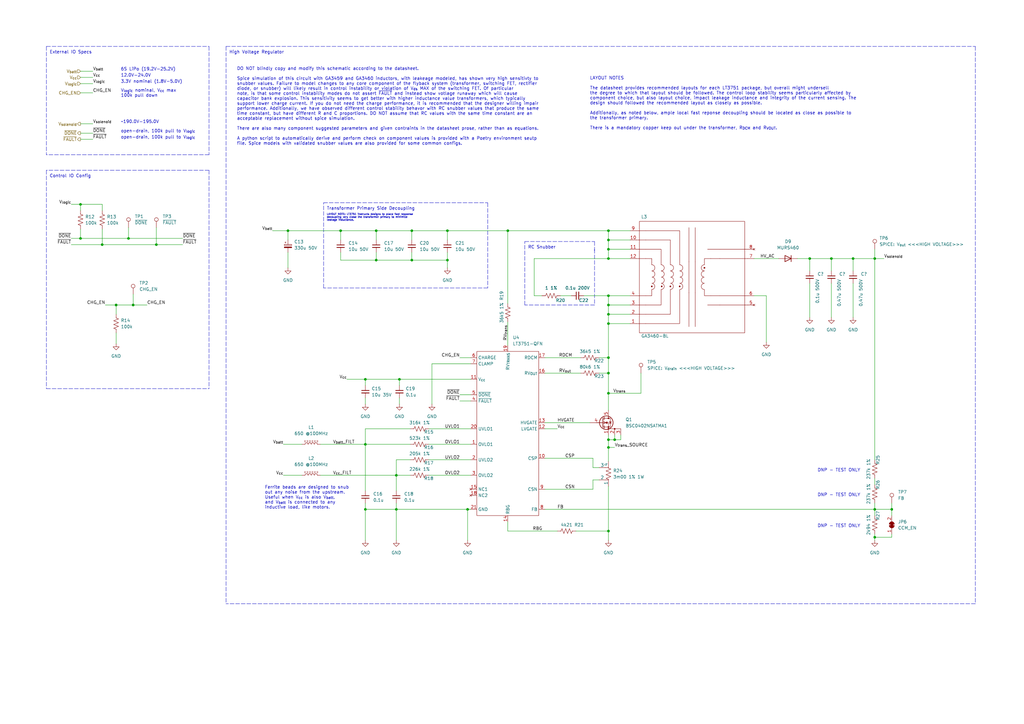
<source format=kicad_sch>
(kicad_sch (version 20211123) (generator eeschema)
  (paper "A3")
  (title_block (title "Kicker Board") (date "2023-02-03") (rev "v1.0.0") (company "A-Team") (comment 1 "Author: W. Stuckey"))
  (lib_symbols
    (symbol "AT-Inductors:GA3460-BL"
      (property "Reference" "L" (at 0 -25.4 0))
      (property "Value" "GA3460-BL" (at 0 25.4 0))
      (symbol "GA3460-BL_0_1"
        (rectangle (start -21.59 22.86) (end 21.59 -22.86) (stroke (width 0.1524)))
        (arc (start -16.51 -5.08) (mid -15.2558 -3.81) (end -16.51 -2.54) (stroke (width 0.1524)))
        (circle (center -16.51 3.81) (radius 0.254) (stroke (width 0.1524)) (fill (type outline)))
        (arc (start -16.4198 -2.54) (mid -15.2368 -1.27) (end -16.4198 0) (stroke (width 0.1524)))
        (arc (start -16.3296 2.54) (mid -15.2979 3.8897) (end -16.51 5.08) (stroke (width 0.1524)))
        (arc (start -16.2619 0.0112) (mid -15.2302 1.3609) (end -16.4423 2.5512) (stroke (width 0.1524)))
        (arc (start -12.6841 -5.08) (mid -11.4299 -3.81) (end -12.6841 -2.54) (stroke (width 0.1524)))
        (arc (start -12.5939 -2.54) (mid -11.4109 -1.27) (end -12.5939 0) (stroke (width 0.1524)))
        (arc (start -12.5196 2.54) (mid -11.4184 3.8946) (end -12.7 5.08) (stroke (width 0.1524)))
        (arc (start -12.4519 0.0112) (mid -11.4202 1.3609) (end -12.6323 2.5512) (stroke (width 0.1524)))
        (circle (center -12.446 3.81) (radius 0.254) (stroke (width 0.1524)) (fill (type outline)))
        (circle (center -8.89 3.81) (radius 0.254) (stroke (width 0.1524)) (fill (type outline)))
        (arc (start -8.8741 -5.08) (mid -7.6199 -3.81) (end -8.8741 -2.54) (stroke (width 0.1524)))
        (arc (start -8.7839 -2.54) (mid -7.6009 -1.27) (end -8.7839 0) (stroke (width 0.1524)))
        (arc (start -8.7096 2.54) (mid -7.6743 3.89) (end -8.89 5.08) (stroke (width 0.1524)))
        (arc (start -8.6419 0.0112) (mid -7.6102 1.3609) (end -8.8223 2.5512) (stroke (width 0.1524)))
        (circle (center -5.08 3.81) (radius 0.254) (stroke (width 0.1524)) (fill (type outline)))
        (arc (start -5.0641 -5.08) (mid -3.8099 -3.81) (end -5.0641 -2.54) (stroke (width 0.1524)))
        (arc (start -4.9898 2.54) (mid -3.8068 3.81) (end -4.9898 5.08) (stroke (width 0.1524)))
        (arc (start -4.9739 -2.54) (mid -3.7909 -1.27) (end -4.9739 0) (stroke (width 0.1524)))
        (arc (start -4.8319 0.0112) (mid -3.8002 1.3609) (end -5.0123 2.5512) (stroke (width 0.1524)))
        (polyline (pts (xy -19.05 -19.05) (xy -22.86 -19.05)) (stroke (width 0.1524)))
        (polyline (pts (xy -19.05 -11.43) (xy -22.86 -11.43)) (stroke (width 0.1524)))
        (polyline (pts (xy -19.05 -7.62) (xy -22.86 -7.62)) (stroke (width 0.1524)))
        (polyline (pts (xy -19.05 7.62) (xy -22.86 7.62)) (stroke (width 0.1524)))
        (polyline (pts (xy -19.05 15.24) (xy -22.86 15.24)) (stroke (width 0.1524)))
        (polyline (pts (xy -1.27 -6.35) (xy -1.27 -20.32)) (stroke (width 0.1524)))
        (polyline (pts (xy -1.27 6.35) (xy -1.27 -6.35)) (stroke (width 0.1524)))
        (polyline (pts (xy -1.27 6.35) (xy -1.27 20.32)) (stroke (width 0.1524)))
        (polyline (pts (xy 1.27 -6.35) (xy 1.27 -20.32)) (stroke (width 0.1524)))
        (polyline (pts (xy 1.27 6.35) (xy 1.27 -6.35)) (stroke (width 0.1524)))
        (polyline (pts (xy 1.27 6.35) (xy 1.27 20.32)) (stroke (width 0.1524)))
        (polyline (pts (xy 7.62 -7.62) (xy 11.43 -7.62)) (stroke (width 0.1524)))
        (polyline (pts (xy 7.62 7.62) (xy 11.43 7.62)) (stroke (width 0.1524)))
        (polyline (pts (xy 11.43 -11.43) (xy 6.35 -11.43)) (stroke (width 0.1524)))
        (polyline (pts (xy 11.43 -11.43) (xy 22.86 -11.43)) (stroke (width 0.1524)))
        (polyline (pts (xy 11.43 -7.62) (xy 22.86 -7.62)) (stroke (width 0.1524)))
        (polyline (pts (xy 11.43 7.62) (xy 22.86 7.62)) (stroke (width 0.1524)))
        (polyline (pts (xy 11.43 11.43) (xy 6.35 11.43)) (stroke (width 0.1524)))
        (polyline (pts (xy 11.43 11.43) (xy 22.86 11.43)) (stroke (width 0.1524)))
        (polyline (pts (xy -19.05 -15.24) (xy -22.86 -15.24) (xy -21.59 -15.24)) (stroke (width 0.1524)))
        (polyline (pts (xy -19.05 11.43) (xy -22.86 11.43) (xy -21.59 11.43)) (stroke (width 0.1524)))
        (polyline (pts (xy -19.05 19.05) (xy -22.86 19.05) (xy -21.59 19.05)) (stroke (width 0.1524)))
        (polyline (pts (xy -16.51 -5.08) (xy -16.51 -7.62) (xy -19.05 -7.62)) (stroke (width 0.1524)))
        (polyline (pts (xy -16.51 5.08) (xy -16.51 7.62) (xy -19.05 7.62)) (stroke (width 0.1524)))
        (polyline (pts (xy -12.7 -5.08) (xy -12.7 -11.43) (xy -19.05 -11.43)) (stroke (width 0.1524)))
        (polyline (pts (xy -12.7 5.08) (xy -12.7 11.43) (xy -19.05 11.43)) (stroke (width 0.1524)))
        (polyline (pts (xy -8.89 -5.08) (xy -8.89 -15.24) (xy -19.05 -15.24)) (stroke (width 0.1524)))
        (polyline (pts (xy -8.89 5.08) (xy -8.89 15.24) (xy -19.05 15.24)) (stroke (width 0.1524)))
        (polyline (pts (xy -5.08 -5.08) (xy -5.08 -19.05) (xy -19.05 -19.05)) (stroke (width 0.1524)))
        (polyline (pts (xy -5.08 5.08) (xy -5.08 19.05) (xy -19.05 19.05)) (stroke (width 0.1524)))
        (polyline (pts (xy 5.08 -5.08) (xy 5.08 -7.62) (xy 7.62 -7.62)) (stroke (width 0.1524)))
        (polyline (pts (xy 5.08 5.08) (xy 5.08 7.62) (xy 7.62 7.62)) (stroke (width 0.1524)))
        (arc (start 4.9739 0) (mid 3.7909 -1.27) (end 4.9739 -2.54) (stroke (width 0.1524)))
        (arc (start 4.9898 5.08) (mid 3.8068 3.81) (end 4.9898 2.54) (stroke (width 0.1524)))
        (arc (start 5.0123 2.5512) (mid 3.8002 1.3609) (end 4.8319 0.0112) (stroke (width 0.1524)))
        (arc (start 5.0641 -2.54) (mid 3.8099 -3.81) (end 5.0641 -5.08) (stroke (width 0.1524)))
        (circle (center 5.08 -3.81) (radius 0.254) (stroke (width 0.1524)) (fill (type outline)))
      )
      (symbol "GA3460-BL_1_1"
        (pin bidirectional line (at -25.4 19.05 0) (length 2.54) (name "") (number "1"))
        (pin bidirectional line (at -25.4 -15.24 0) (length 2.54) (name "") (number "10"))
        (pin bidirectional line (at -25.4 -11.43 0) (length 2.54) (name "") (number "11"))
        (pin bidirectional line (at -25.4 -7.62 0) (length 2.54) (name "") (number "12"))
        (pin bidirectional line (at -25.4 15.24 0) (length 2.54) (name "") (number "2"))
        (pin bidirectional line (at -25.4 11.43 0) (length 2.54) (name "") (number "3"))
        (pin bidirectional line (at -25.4 7.62 0) (length 2.54) (name "") (number "4"))
        (pin no_connect line (at 25.4 11.43 180) (length 2.54) (name "") (number "5"))
        (pin bidirectional line (at 25.4 7.62 180) (length 2.54) (name "") (number "6"))
        (pin bidirectional line (at 25.4 -7.62 180) (length 2.54) (name "") (number "7"))
        (pin no_connect line (at 25.4 -11.43 180) (length 2.54) (name "") (number "8"))
        (pin bidirectional line (at -25.4 -19.05 0) (length 2.54) (name "") (number "9"))
      )
    )
    (symbol "AT-Transistors:Q_NMOS_SGD_PowerPAK" (pin_names (offset 0) hide)
      (property "Reference" "Q" (at 5.08 1.27 0))
      (property "Value" "Q_NMOS_SGD_PowerPAK" (at 5.08 -1.27 0))
      (symbol "Q_NMOS_SGD_PowerPAK_0_1"
        (polyline (pts (xy 0.254 0) (xy -2.54 0)))
        (polyline (pts (xy 0.254 1.905) (xy 0.254 -1.905)) (stroke (width 0.254)))
        (polyline (pts (xy 0.762 -1.27) (xy 0.762 -2.286)) (stroke (width 0.254)))
        (polyline (pts (xy 0.762 0.508) (xy 0.762 -0.508)) (stroke (width 0.254)))
        (polyline (pts (xy 0.762 2.286) (xy 0.762 1.27)) (stroke (width 0.254)))
        (polyline (pts (xy 2.54 2.54) (xy 2.54 1.778)))
        (polyline (pts (xy 7.62 -2.54) (xy 5.08 -2.54)) (stroke (width 0.1524)))
        (polyline (pts (xy 2.54 -2.54) (xy 2.54 0) (xy 0.762 0)))
        (polyline (pts (xy 5.08 -2.54) (xy 2.54 -2.54) (xy 3.81 -2.54)) (stroke (width 0.1524)))
        (polyline (pts (xy 0.762 -1.778) (xy 3.302 -1.778) (xy 3.302 1.778) (xy 0.762 1.778)))
        (polyline (pts (xy 1.016 0) (xy 2.032 0.381) (xy 2.032 -0.381) (xy 1.016 0)) (fill (type outline)))
        (polyline (pts (xy 2.794 0.508) (xy 2.921 0.381) (xy 3.683 0.381) (xy 3.81 0.254)))
        (polyline (pts (xy 3.302 0.381) (xy 2.921 -0.254) (xy 3.683 -0.254) (xy 3.302 0.381)))
        (circle (center 1.651 0) (radius 2.794) (stroke (width 0.254)))
        (circle (center 2.54 -2.54) (radius 0.254) (fill (type outline)))
        (circle (center 2.54 -1.778) (radius 0.254) (fill (type outline)))
        (circle (center 2.54 1.778) (radius 0.254) (fill (type outline)))
        (circle (center 5.08 -2.54) (radius 0.254) (fill (type outline)))
      )
      (symbol "Q_NMOS_SGD_PowerPAK_1_1"
        (pin passive line (at 2.54 -5.08 90) (length 2.54) (name "S") (number "1"))
        (pin passive line (at 5.08 -5.08 90) (length 2.54) (name "S") (number "2"))
        (pin passive line (at 7.62 -5.08 90) (length 2.54) (name "S") (number "3"))
        (pin input line (at -5.08 0 0) (length 5.08) (name "G") (number "4"))
        (pin passive line (at 2.54 5.08 270) (length 2.54) (name "D") (number "5"))
      )
    )
    (symbol "Connector:TestPoint" (pin_numbers hide) (pin_names (offset 0.762) hide)
      (property "Reference" "TP" (at 0 6.858 0))
      (property "Value" "TestPoint" (at 0 5.08 0))
      (symbol "TestPoint_0_1"
        (circle (center 0 3.302) (radius 0.762))
      )
      (symbol "TestPoint_1_1"
        (pin passive line (at 0 0 90) (length 2.54) (name "1") (number "1"))
      )
    )
    (symbol "Device:C_Polarized_Small" (pin_numbers hide) (pin_names (offset 0.254) hide)
      (property "Reference" "C" (at 0.254 1.778 0))
      (property "Value" "C_Polarized_Small" (at 0.254 -2.032 0))
      (symbol "C_Polarized_Small_0_1"
        (rectangle (start -1.524 -0.3048) (end 1.524 -0.6858) (fill (type outline)))
        (rectangle (start -1.524 0.6858) (end 1.524 0.3048))
        (polyline (pts (xy -1.27 1.524) (xy -0.762 1.524)))
        (polyline (pts (xy -1.016 1.27) (xy -1.016 1.778)))
      )
      (symbol "C_Polarized_Small_1_1"
        (pin passive line (at 0 2.54 270) (length 1.8542) (name "~") (number "1"))
        (pin passive line (at 0 -2.54 90) (length 1.8542) (name "~") (number "2"))
      )
    )
    (symbol "Device:C_Small" (pin_numbers hide) (pin_names (offset 0.254) hide)
      (property "Reference" "C" (at 0.254 1.778 0))
      (property "Value" "C_Small" (at 0.254 -2.032 0))
      (symbol "C_Small_0_1"
        (polyline (pts (xy -1.524 -0.508) (xy 1.524 -0.508)) (stroke (width 0.3302)))
        (polyline (pts (xy -1.524 0.508) (xy 1.524 0.508)) (stroke (width 0.3048)))
      )
      (symbol "C_Small_1_1"
        (pin passive line (at 0 2.54 270) (length 2.032) (name "~") (number "1"))
        (pin passive line (at 0 -2.54 90) (length 2.032) (name "~") (number "2"))
      )
    )
    (symbol "Device:D" (pin_numbers hide) (pin_names (offset 1.016) hide)
      (property "Reference" "D" (at 0 2.54 0))
      (property "Value" "D" (at 0 -2.54 0))
      (symbol "D_0_1"
        (polyline (pts (xy -1.27 1.27) (xy -1.27 -1.27)) (stroke (width 0.254)))
        (polyline (pts (xy 1.27 0) (xy -1.27 0)))
        (polyline (pts (xy 1.27 1.27) (xy 1.27 -1.27) (xy -1.27 0) (xy 1.27 1.27)) (stroke (width 0.254)))
      )
      (symbol "D_1_1"
        (pin passive line (at -3.81 0 0) (length 2.54) (name "K") (number "1"))
        (pin passive line (at 3.81 0 180) (length 2.54) (name "A") (number "2"))
      )
    )
    (symbol "Device:L_Ferrite" (pin_numbers hide) (pin_names (offset 1.016) hide)
      (property "Reference" "L" (at -1.27 0 90))
      (property "Value" "L_Ferrite" (at 2.794 0 90))
      (symbol "L_Ferrite_0_1"
        (arc (start 0 -2.54) (mid 0.635 -1.905) (end 0 -1.27))
        (arc (start 0 -1.27) (mid 0.635 -0.635) (end 0 0))
        (polyline (pts (xy 1.016 -2.794) (xy 1.016 -2.286)))
        (polyline (pts (xy 1.016 -1.778) (xy 1.016 -1.27)))
        (polyline (pts (xy 1.016 -0.762) (xy 1.016 -0.254)))
        (polyline (pts (xy 1.016 0.254) (xy 1.016 0.762)))
        (polyline (pts (xy 1.016 1.27) (xy 1.016 1.778)))
        (polyline (pts (xy 1.016 2.286) (xy 1.016 2.794)))
        (polyline (pts (xy 1.524 -2.286) (xy 1.524 -2.794)))
        (polyline (pts (xy 1.524 -1.27) (xy 1.524 -1.778)))
        (polyline (pts (xy 1.524 -0.254) (xy 1.524 -0.762)))
        (polyline (pts (xy 1.524 0.762) (xy 1.524 0.254)))
        (polyline (pts (xy 1.524 1.778) (xy 1.524 1.27)))
        (polyline (pts (xy 1.524 2.794) (xy 1.524 2.286)))
        (arc (start 0 0) (mid 0.635 0.635) (end 0 1.27))
        (arc (start 0 1.27) (mid 0.635 1.905) (end 0 2.54))
      )
      (symbol "L_Ferrite_1_1"
        (pin passive line (at 0 3.81 270) (length 1.27) (name "1") (number "1"))
        (pin passive line (at 0 -3.81 90) (length 1.27) (name "2") (number "2"))
      )
    )
    (symbol "Device:R_Shunt_US" (pin_numbers hide) (pin_names (offset 0))
      (property "Reference" "R" (at -5.08 0 90))
      (property "Value" "R_Shunt_US" (at -3.048 0 90))
      (symbol "R_Shunt_US_1_1"
        (polyline (pts (xy 0 -2.54) (xy 1.27 -2.54)))
        (polyline (pts (xy 0 -2.286) (xy 0 -2.54)))
        (polyline (pts (xy 0 2.286) (xy 0 2.54)))
        (polyline (pts (xy 1.27 2.54) (xy 0 2.54)))
        (polyline (pts (xy 0 -0.762) (xy 1.016 -1.143) (xy 0 -1.524) (xy -1.016 -1.905) (xy 0 -2.286)))
        (polyline (pts (xy 0 0.762) (xy 1.016 0.381) (xy 0 0) (xy -1.016 -0.381) (xy 0 -0.762)))
        (polyline (pts (xy 0 2.286) (xy 1.016 1.905) (xy 0 1.524) (xy -1.016 1.143) (xy 0 0.762)))
        (pin passive line (at 0 5.08 270) (length 2.54) (name "1") (number "1"))
        (pin passive line (at 3.81 2.54 180) (length 2.54) (name "2") (number "2"))
        (pin passive line (at 3.81 -2.54 180) (length 2.54) (name "3") (number "3"))
        (pin passive line (at 0 -5.08 90) (length 2.54) (name "4") (number "4"))
      )
    )
    (symbol "Device:R_US" (pin_numbers hide) (pin_names (offset 0))
      (property "Reference" "R" (at 2.54 0 90))
      (property "Value" "R_US" (at -2.54 0 90))
      (symbol "R_US_0_1"
        (polyline (pts (xy 0 -2.286) (xy 0 -2.54)))
        (polyline (pts (xy 0 2.286) (xy 0 2.54)))
        (polyline (pts (xy 0 -0.762) (xy 1.016 -1.143) (xy 0 -1.524) (xy -1.016 -1.905) (xy 0 -2.286)))
        (polyline (pts (xy 0 0.762) (xy 1.016 0.381) (xy 0 0) (xy -1.016 -0.381) (xy 0 -0.762)))
        (polyline (pts (xy 0 2.286) (xy 1.016 1.905) (xy 0 1.524) (xy -1.016 1.143) (xy 0 0.762)))
      )
      (symbol "R_US_1_1"
        (pin passive line (at 0 3.81 270) (length 1.27) (name "~") (number "1"))
        (pin passive line (at 0 -3.81 90) (length 1.27) (name "~") (number "2"))
      )
    )
    (symbol "Jumper:SolderJumper_2_Bridged" (pin_names (offset 0) hide)
      (property "Reference" "JP" (at 0 2.032 0))
      (property "Value" "SolderJumper_2_Bridged" (at 0 -2.54 0))
      (symbol "SolderJumper_2_Bridged_0_1"
        (rectangle (start -0.508 0.508) (end 0.508 -0.508) (fill (type outline)))
        (arc (start -0.254 1.016) (mid -1.27 0) (end -0.254 -1.016))
        (arc (start -0.254 1.016) (mid -1.27 0) (end -0.254 -1.016) (fill (type outline)))
        (polyline (pts (xy -0.254 1.016) (xy -0.254 -1.016)))
        (polyline (pts (xy 0.254 1.016) (xy 0.254 -1.016)))
        (arc (start 0.254 -1.016) (mid 1.27 0) (end 0.254 1.016))
        (arc (start 0.254 -1.016) (mid 1.27 0) (end 0.254 1.016) (fill (type outline)))
      )
      (symbol "SolderJumper_2_Bridged_1_1"
        (pin passive line (at -3.81 0 0) (length 2.54) (name "A") (number "1"))
        (pin passive line (at 3.81 0 180) (length 2.54) (name "B") (number "2"))
      )
    )
    (symbol "ltc_regulators:LT3751-QFN"
      (property "Reference" "U" (at -11.43 -33.02 0))
      (property "Value" "LT3751-QFN" (at -8.255 36.83 0))
      (symbol "LT3751-QFN_0_1"
        (rectangle (start -12.7 35.56) (end 12.7 -31.75))
      )
      (symbol "LT3751-QFN_1_1"
        (pin input line (at -15.24 -2.54 0) (length 2.54) (name "OVLO1") (number "1"))
        (pin input line (at 15.24 -8.255 180) (length 2.54) (name "CSP") (number "10"))
        (pin power_in line (at -15.24 24.13 0) (length 2.54) (name "V_{cc}") (number "11"))
        (pin output line (at 15.24 3.81 180) (length 2.54) (name "LVGATE") (number "12"))
        (pin output line (at 15.24 6.35 180) (length 2.54) (name "HVGATE") (number "13"))
        (pin input line (at 0 -34.29 90) (length 2.54) (name "RBG") (number "14"))
        (pin no_connect line (at -15.24 -20.955 0) (length 2.54) (name "NC1") (number "15"))
        (pin input line (at 15.24 26.67 180) (length 2.54) (name "RV_{OUT}") (number "16"))
        (pin input line (at 15.24 33.02 180) (length 2.54) (name "RDCM") (number "17"))
        (pin no_connect line (at -15.24 -23.495 0) (length 2.54) (name "NC2") (number "18"))
        (pin input line (at 0 38.1 270) (length 2.54) (name "RV_{TRANS}") (number "19"))
        (pin input line (at -15.24 -8.89 0) (length 2.54) (name "UVLO2") (number "2"))
        (pin input line (at -15.24 3.81 0) (length 2.54) (name "UVLO1") (number "20"))
        (pin power_in line (at -15.24 -29.21 0) (length 2.54) (name "GND") (number "21"))
        (pin input line (at -15.24 -15.24 0) (length 2.54) (name "OVLO2") (number "3"))
        (pin open_collector line (at -15.24 15.24 0) (length 2.54) (name "~{FAULT}") (number "4"))
        (pin open_collector line (at -15.24 17.78 0) (length 2.54) (name "~{DONE}") (number "5"))
        (pin input line (at -15.24 33.02 0) (length 2.54) (name "CHARGE") (number "6"))
        (pin input line (at -15.24 30.48 0) (length 2.54) (name "CLAMP") (number "7"))
        (pin input line (at 15.24 -29.21 180) (length 2.54) (name "FB") (number "8"))
        (pin input line (at 15.24 -20.955 180) (length 2.54) (name "CSN") (number "9"))
      )
    )
    (symbol "power:GND" (power) (pin_names (offset 0))
      (property "Value" "GND" (at 0 -3.81 0))
      (symbol "GND_0_1"
        (polyline (pts (xy 0 0) (xy 0 -1.27) (xy 1.27 -1.27) (xy 0 -2.54) (xy -1.27 -1.27) (xy 0 -1.27)))
      )
      (symbol "GND_1_1"
        (pin power_in line (at 0 0 270) (length 0) hide (name "GND") (number "1"))
      )
    )
  )
  (junction (at 54.61 125.095))
  (junction (at 249.555 217.805))
  (junction (at 162.56 208.915))
  (junction (at 149.86 155.575))
  (junction (at 252.095 180.34))
  (junction (at 340.995 106.045))
  (junction (at 139.7 94.615))
  (junction (at 41.91 100.33))
  (junction (at 149.86 182.245))
  (junction (at 365.76 208.915))
  (junction (at 249.555 125.095))
  (junction (at 249.555 161.29))
  (junction (at 358.775 208.915))
  (junction (at 149.86 208.915))
  (junction (at 162.56 194.945))
  (junction (at 183.515 94.615))
  (junction (at 249.555 183.515))
  (junction (at 163.83 155.575))
  (junction (at 168.91 106.68))
  (junction (at 249.555 121.285))
  (junction (at 118.11 94.615))
  (junction (at 249.555 146.685))
  (junction (at 33.02 83.82))
  (junction (at 249.555 180.34))
  (junction (at 249.555 98.425))
  (junction (at 208.28 94.615))
  (junction (at 249.555 106.045))
  (junction (at 249.555 102.235))
  (junction (at 349.885 106.045))
  (junction (at 183.515 106.68))
  (junction (at 358.775 106.045))
  (junction (at 33.02 97.79))
  (junction (at 191.77 208.915))
  (junction (at 332.105 106.045))
  (junction (at 47.625 125.095))
  (junction (at 52.705 97.79))
  (junction (at 249.555 128.905))
  (junction (at 249.555 94.615))
  (junction (at 154.305 106.68))
  (junction (at 249.555 153.035))
  (junction (at 358.775 220.345))
  (junction (at 249.555 132.715))
  (junction (at 168.91 94.615))
  (junction (at 154.305 94.615))
  (junction (at 64.135 100.33))
  (wire (pts (xy 139.7 94.615) (xy 154.305 94.615)))
  (wire (pts (xy 249.555 121.285) (xy 249.555 125.095)))
  (polyline (pts (xy 243.84 125.095) (xy 215.265 125.095)))
  (wire (pts (xy 358.775 196.215) (xy 358.775 198.755)))
  (wire (pts (xy 33.02 34.29) (xy 38.1 34.29)))
  (wire (pts (xy 249.555 106.045) (xy 249.555 102.235)))
  (wire (pts (xy 223.52 187.96) (xy 243.205 187.96)))
  (wire (pts (xy 252.095 180.34) (xy 249.555 180.34)))
  (wire (pts (xy 249.555 132.715) (xy 258.445 132.715)))
  (wire (pts (xy 249.555 98.425) (xy 258.445 98.425)))
  (wire (pts (xy 149.86 182.245) (xy 168.275 182.245)))
  (polyline (pts (xy 132.715 118.11) (xy 132.715 83.185)))
  (wire (pts (xy 365.76 211.455) (xy 365.76 208.915)))
  (wire (pts (xy 254.635 180.34) (xy 252.095 180.34)))
  (wire (pts (xy 236.22 217.805) (xy 249.555 217.805)))
  (wire (pts (xy 154.305 94.615) (xy 168.91 94.615)))
  (wire (pts (xy 219.075 121.285) (xy 219.075 106.045)))
  (wire (pts (xy 262.89 153.035) (xy 262.89 161.29)))
  (wire (pts (xy 249.555 183.515) (xy 249.555 189.23)))
  (wire (pts (xy 358.775 208.915) (xy 358.775 211.455)))
  (wire (pts (xy 243.205 196.85) (xy 245.745 196.85)))
  (wire (pts (xy 29.21 97.79) (xy 33.02 97.79)))
  (wire (pts (xy 208.28 213.995) (xy 208.28 217.805)))
  (wire (pts (xy 168.91 103.505) (xy 168.91 106.68)))
  (wire (pts (xy 332.105 116.205) (xy 332.105 130.175)))
  (polyline (pts (xy 215.265 99.06) (xy 243.84 99.06)))
  (wire (pts (xy 332.105 106.045) (xy 340.995 106.045)))
  (wire (pts (xy 249.555 161.29) (xy 249.555 168.275)))
  (wire (pts (xy 168.91 94.615) (xy 183.515 94.615)))
  (polyline (pts (xy 200.025 83.185) (xy 200.025 118.11)))
  (wire (pts (xy 118.11 94.615) (xy 139.7 94.615)))
  (wire (pts (xy 162.56 194.945) (xy 162.56 201.295)))
  (wire (pts (xy 249.555 102.235) (xy 249.555 98.425)))
  (wire (pts (xy 162.56 188.595) (xy 162.56 194.945)))
  (wire (pts (xy 33.02 97.79) (xy 52.705 97.79)))
  (wire (pts (xy 208.28 94.615) (xy 249.555 94.615)))
  (wire (pts (xy 340.995 106.045) (xy 340.995 111.125)))
  (wire (pts (xy 168.91 106.68) (xy 183.515 106.68)))
  (wire (pts (xy 33.02 29.21) (xy 38.1 29.21)))
  (wire (pts (xy 64.135 93.345) (xy 64.135 100.33)))
  (wire (pts (xy 116.205 194.945) (xy 123.825 194.945)))
  (wire (pts (xy 47.625 125.095) (xy 47.625 128.905)))
  (wire (pts (xy 116.205 182.245) (xy 123.825 182.245)))
  (wire (pts (xy 191.77 208.915) (xy 191.77 221.615)))
  (wire (pts (xy 258.445 106.045) (xy 249.555 106.045)))
  (wire (pts (xy 149.86 175.895) (xy 149.86 182.245)))
  (polyline (pts (xy 92.71 19.05) (xy 400.05 19.05)))
  (wire (pts (xy 358.775 106.045) (xy 358.775 188.595)))
  (wire (pts (xy 168.91 94.615) (xy 168.91 98.425)))
  (wire (pts (xy 249.555 128.905) (xy 258.445 128.905)))
  (wire (pts (xy 111.76 94.615) (xy 118.11 94.615)))
  (wire (pts (xy 249.555 153.035) (xy 249.555 161.29)))
  (wire (pts (xy 33.02 57.15) (xy 38.1 57.15)))
  (wire (pts (xy 245.745 146.685) (xy 249.555 146.685)))
  (wire (pts (xy 142.24 155.575) (xy 149.86 155.575)))
  (wire (pts (xy 223.52 173.355) (xy 241.935 173.355)))
  (wire (pts (xy 47.625 136.525) (xy 47.625 140.97)))
  (wire (pts (xy 365.76 208.915) (xy 358.775 208.915)))
  (wire (pts (xy 41.91 93.98) (xy 41.91 100.33)))
  (polyline (pts (xy 19.05 19.05) (xy 85.725 19.05)))
  (wire (pts (xy 309.245 106.045) (xy 319.405 106.045)))
  (wire (pts (xy 249.555 98.425) (xy 249.555 94.615)))
  (polyline (pts (xy 215.265 125.095) (xy 215.265 99.06)))
  (wire (pts (xy 349.885 106.045) (xy 349.885 111.125)))
  (wire (pts (xy 47.625 125.095) (xy 54.61 125.095)))
  (wire (pts (xy 41.91 100.33) (xy 64.135 100.33)))
  (wire (pts (xy 188.595 164.465) (xy 193.04 164.465)))
  (wire (pts (xy 177.165 149.225) (xy 177.165 165.735)))
  (wire (pts (xy 163.83 155.575) (xy 163.83 158.115)))
  (wire (pts (xy 183.515 94.615) (xy 183.515 98.425)))
  (polyline (pts (xy 400.05 247.65) (xy 92.71 247.65)))
  (wire (pts (xy 223.52 175.895) (xy 228.6 175.895)))
  (wire (pts (xy 327.025 106.045) (xy 332.105 106.045)))
  (wire (pts (xy 365.76 206.375) (xy 365.76 208.915)))
  (polyline (pts (xy 243.84 102.235) (xy 243.84 125.095)))
  (wire (pts (xy 358.775 219.075) (xy 358.775 220.345)))
  (wire (pts (xy 223.52 153.035) (xy 238.125 153.035)))
  (wire (pts (xy 33.02 50.8) (xy 38.1 50.8)))
  (wire (pts (xy 193.04 208.915) (xy 191.77 208.915)))
  (wire (pts (xy 54.61 120.65) (xy 54.61 125.095)))
  (wire (pts (xy 365.76 219.075) (xy 365.76 220.345)))
  (wire (pts (xy 33.02 83.82) (xy 33.02 86.36)))
  (wire (pts (xy 183.515 106.68) (xy 183.515 109.855)))
  (wire (pts (xy 149.86 208.915) (xy 149.86 221.615)))
  (wire (pts (xy 33.02 93.98) (xy 33.02 97.79)))
  (wire (pts (xy 365.76 220.345) (xy 358.775 220.345)))
  (wire (pts (xy 223.52 208.915) (xy 358.775 208.915)))
  (wire (pts (xy 245.745 153.035) (xy 249.555 153.035)))
  (wire (pts (xy 131.445 194.945) (xy 162.56 194.945)))
  (polyline (pts (xy 19.05 19.05) (xy 19.05 63.5)))
  (wire (pts (xy 118.11 103.505) (xy 118.11 109.855)))
  (wire (pts (xy 252.095 178.435) (xy 252.095 180.34)))
  (wire (pts (xy 29.21 83.82) (xy 33.02 83.82)))
  (wire (pts (xy 249.555 125.095) (xy 258.445 125.095)))
  (wire (pts (xy 249.555 180.34) (xy 249.555 183.515)))
  (polyline (pts (xy 243.84 99.06) (xy 243.84 102.87)))
  (wire (pts (xy 162.56 208.915) (xy 191.77 208.915)))
  (wire (pts (xy 33.02 83.82) (xy 41.91 83.82)))
  (wire (pts (xy 162.56 194.945) (xy 168.275 194.945)))
  (wire (pts (xy 223.52 146.685) (xy 238.125 146.685)))
  (wire (pts (xy 219.075 106.045) (xy 249.555 106.045)))
  (wire (pts (xy 249.555 178.435) (xy 249.555 180.34)))
  (wire (pts (xy 149.86 163.195) (xy 149.86 165.735)))
  (wire (pts (xy 223.52 200.66) (xy 243.205 200.66)))
  (wire (pts (xy 249.555 132.715) (xy 249.555 146.685)))
  (wire (pts (xy 33.02 38.1) (xy 38.1 38.1)))
  (wire (pts (xy 154.305 103.505) (xy 154.305 106.68)))
  (wire (pts (xy 249.555 146.685) (xy 249.555 153.035)))
  (wire (pts (xy 249.555 128.905) (xy 249.555 132.715)))
  (wire (pts (xy 149.86 182.245) (xy 149.86 201.295)))
  (wire (pts (xy 139.7 106.68) (xy 154.305 106.68)))
  (wire (pts (xy 243.205 191.77) (xy 245.745 191.77)))
  (wire (pts (xy 358.775 106.045) (xy 362.585 106.045)))
  (polyline (pts (xy 85.725 69.85) (xy 85.725 159.385)))
  (wire (pts (xy 175.895 194.945) (xy 193.04 194.945)))
  (wire (pts (xy 249.555 199.39) (xy 249.555 217.805)))
  (wire (pts (xy 349.885 106.045) (xy 358.775 106.045)))
  (wire (pts (xy 314.325 121.285) (xy 314.325 140.335)))
  (wire (pts (xy 168.275 188.595) (xy 162.56 188.595)))
  (wire (pts (xy 162.56 206.375) (xy 162.56 208.915)))
  (wire (pts (xy 254.635 178.435) (xy 254.635 180.34)))
  (wire (pts (xy 139.7 94.615) (xy 139.7 98.425)))
  (polyline (pts (xy 400.05 19.05) (xy 400.05 247.65)))
  (wire (pts (xy 340.995 116.205) (xy 340.995 130.175)))
  (polyline (pts (xy 85.725 69.85) (xy 19.05 69.85)))
  (wire (pts (xy 52.705 93.345) (xy 52.705 97.79)))
  (wire (pts (xy 149.86 155.575) (xy 163.83 155.575)))
  (wire (pts (xy 163.83 155.575) (xy 193.04 155.575)))
  (wire (pts (xy 175.895 182.245) (xy 193.04 182.245)))
  (wire (pts (xy 243.205 187.96) (xy 243.205 191.77)))
  (wire (pts (xy 163.83 163.195) (xy 163.83 165.735)))
  (wire (pts (xy 41.91 83.82) (xy 41.91 86.36)))
  (wire (pts (xy 29.21 100.33) (xy 41.91 100.33)))
  (wire (pts (xy 183.515 103.505) (xy 183.515 106.68)))
  (polyline (pts (xy 19.05 159.385) (xy 85.725 159.385)))
  (wire (pts (xy 188.595 161.925) (xy 193.04 161.925)))
  (wire (pts (xy 249.555 183.515) (xy 252.095 183.515)))
  (wire (pts (xy 33.02 54.61) (xy 38.1 54.61)))
  (wire (pts (xy 149.86 155.575) (xy 149.86 158.115)))
  (wire (pts (xy 175.895 188.595) (xy 193.04 188.595)))
  (wire (pts (xy 177.165 149.225) (xy 193.04 149.225)))
  (wire (pts (xy 358.775 102.235) (xy 358.775 106.045)))
  (wire (pts (xy 249.555 217.805) (xy 249.555 221.615)))
  (wire (pts (xy 340.995 106.045) (xy 349.885 106.045)))
  (wire (pts (xy 243.205 200.66) (xy 243.205 196.85)))
  (wire (pts (xy 149.86 208.915) (xy 162.56 208.915)))
  (wire (pts (xy 188.595 146.685) (xy 193.04 146.685)))
  (polyline (pts (xy 85.725 63.5) (xy 19.05 63.5)))
  (wire (pts (xy 222.25 121.285) (xy 219.075 121.285)))
  (wire (pts (xy 64.135 100.33) (xy 74.93 100.33)))
  (polyline (pts (xy 132.715 83.185) (xy 200.025 83.185)))
  (wire (pts (xy 43.18 125.095) (xy 47.625 125.095)))
  (wire (pts (xy 262.89 161.29) (xy 249.555 161.29)))
  (wire (pts (xy 52.705 97.79) (xy 74.93 97.79)))
  (wire (pts (xy 149.86 206.375) (xy 149.86 208.915)))
  (polyline (pts (xy 85.725 19.05) (xy 85.725 63.5)))
  (wire (pts (xy 154.305 106.68) (xy 168.91 106.68)))
  (wire (pts (xy 208.28 217.805) (xy 228.6 217.805)))
  (wire (pts (xy 168.275 175.895) (xy 149.86 175.895)))
  (wire (pts (xy 162.56 208.915) (xy 162.56 221.615)))
  (wire (pts (xy 358.775 220.345) (xy 358.775 221.615)))
  (wire (pts (xy 229.87 121.285) (xy 234.315 121.285)))
  (wire (pts (xy 358.775 206.375) (xy 358.775 208.915)))
  (wire (pts (xy 118.11 98.425) (xy 118.11 94.615)))
  (wire (pts (xy 249.555 94.615) (xy 258.445 94.615)))
  (polyline (pts (xy 19.05 69.85) (xy 19.05 159.385)))
  (wire (pts (xy 239.395 121.285) (xy 249.555 121.285)))
  (wire (pts (xy 33.02 31.75) (xy 38.1 31.75)))
  (wire (pts (xy 139.7 103.505) (xy 139.7 106.68)))
  (wire (pts (xy 175.895 175.895) (xy 193.04 175.895)))
  (wire (pts (xy 349.885 116.205) (xy 349.885 130.175)))
  (wire (pts (xy 54.61 125.095) (xy 60.325 125.095)))
  (wire (pts (xy 249.555 102.235) (xy 258.445 102.235)))
  (wire (pts (xy 183.515 94.615) (xy 208.28 94.615)))
  (wire (pts (xy 154.305 94.615) (xy 154.305 98.425)))
  (wire (pts (xy 131.445 182.245) (xy 149.86 182.245)))
  (wire (pts (xy 249.555 121.285) (xy 258.445 121.285)))
  (wire (pts (xy 208.28 124.46) (xy 208.28 94.615)))
  (wire (pts (xy 249.555 125.095) (xy 249.555 128.905)))
  (wire (pts (xy 309.245 121.285) (xy 314.325 121.285)))
  (wire (pts (xy 208.28 132.08) (xy 208.28 141.605)))
  (wire (pts (xy 332.105 106.045) (xy 332.105 111.125)))
  (polyline (pts (xy 200.025 118.11) (xy 132.715 118.11)))
  (polyline (pts (xy 92.71 19.05) (xy 92.71 247.65)))
  (text "Ferrite beads are designed to snub \nout any noise from the upstream. \nUseful when V_{cc} is also V_{batt}, \nand V_{batt} is connected to any\ninductive load, like motors." (at 108.585 208.915 0) (effects (font (size 1.27 1.27)) (justify left bottom)))
  (text "DO NOT blindly copy and modify this schematic according to the datasheet.\n\nSpice simulation of this circuit with GA3459 and GA3460 inductors, with leakeage modeled, has shown very high sensitivty to\nsnubber values. Failure to model changes to any core component of the flyback system (transformer, switching FET, rectifier\ndiode, or snubber) will likely result in control instability or violation of V_{ds} MAX of the switching FET. Of particular\nnote, is that some control instability modes do not assert ~{FAULT} and instead show votlage runaway which will cause\ncapacitor bank explosion. This sensitivity seems to get better with higher inductance value transformers, which typically\nsupport lower charge current. If you do not need the charge performance, it is recommended that the designer willing impair\nperformance. Additionally, we have observed different control stability behavor with RC snubber values that produce the same\ntime constant, but have different R and C proportions. DO NOT assume that RC values with the same time constant are an \nacceptable replacement without spice simulation.\n\nThere are also many component suggested parameters and given contraints in the datasheet prose, rather than as equations.\n\nA python script to automatically derive and perform check on component values is provided with a Poetry environment seutp\nfile. Spice models with validated snubber values are also provided for some common configs." (at 97.155 59.69 0) (effects (font (size 1.27 1.27)) (justify left bottom)))
  (text "DNP - TEST ONLY" (at 335.28 203.835 0) (effects (font (size 1.27 1.27)) (justify left bottom)))
  (text "High Voltage Regulator" (at 93.98 22.225 0) (effects (font (size 1.27 1.27)) (justify left bottom)))
  (text "LAYOUT NOTE: LT3751 instructs designs to place fast response \ndecoupling very close the transformer primary to minimize \nleakage inductance." (at 133.985 90.805 0) (effects (font (size 0.73 0.73)) (justify left bottom)))
  (text "Control IO Config" (at 20.32 73.025 0) (effects (font (size 1.27 1.27)) (justify left bottom)))
  (text "6S LiPo (19.2V-25.2V)" (at 49.53 29.21 0) (effects (font (size 1.27 1.27)) (justify left bottom)))
  (text "~190.0V-195.0V" (at 49.53 50.8 0) (effects (font (size 1.27 1.27)) (justify left bottom)))
  (text "DNP - TEST ONLY" (at 335.28 193.675 0) (effects (font (size 1.27 1.27)) (justify left bottom)))
  (text "12.0V-24.0V" (at 49.53 31.75 0) (effects (font (size 1.27 1.27)) (justify left bottom)))
  (text "open-drain, 100k pull to V_{logic}" (at 49.53 57.15 0) (effects (font (size 1.27 1.27)) (justify left bottom)))
  (text "External IO Specs" (at 20.32 22.225 0) (effects (font (size 1.27 1.27)) (justify left bottom)))
  (text "LAYOUT NOTES\n\nThe datasheet provides recommended layouts for each LT3751 package, but overall might undersell\nthe degree to which that layout should be followed. The control loop stability seems particularly affected by\ncomponent choice, but also layout choice, impact leakage inductance and integrity of the current sensing. The\ndesign should followed the recommended layout as closely as possible.\n\nAdditionally, as noted below, ample local fast reponse decoupling should be located as close as possible to\nthe transformer primary. \n\nThere is a mandatory copper keep out under the transformer, R_{DCM} and R_{VOUT}." (at 241.935 53.34 0) (effects (font (size 1.27 1.27)) (justify left bottom)))
  (text "V_{logic} nominal, V_{cc} max\n100k pull down" (at 49.53 40.005 0) (effects (font (size 1.27 1.27)) (justify left bottom)))
  (text "open-drain, 100k pull to V_{logic}" (at 49.53 54.61 0) (effects (font (size 1.27 1.27)) (justify left bottom)))
  (text "Transformer Primary Side Decoupling" (at 133.985 86.36 0) (effects (font (size 1.27 1.27)) (justify left bottom)))
  (text "3.3V nominal (1.8V-5.0V)" (at 49.53 34.29 0) (effects (font (size 1.27 1.27)) (justify left bottom)))
  (text "Feedback Configuration:\n\nOPTION 1: Close Solder Bridge\n\nThe LT3751 will operate in capacitor charging \nmode, which does not need feedback resistors. \nThis is more sensitive to layout and \nsimulation, but provides additional isolation \nby removing a failure mechanism for high \nvoltage to bridge to the IC (if resistors fail \nclosed). This should work with the solder \nbridge closed, even if feedback resistors are \nleft in place.\n\nOPTION 2: Install Feedback Resistors, Open \nSolder Bridge\n\nThe LT3271 will operate in regulator mode, \nbehaving as a traditional power source. This \nis intended to be a fallback operation mode. \nOther than isoaltion, there should be minimal \ndifference in charge time/performance." (at 488.315 181.61 0) (effects (font (size 1.27 1.27)) (justify left bottom)))
  (text "DNP - TEST ONLY" (at 335.28 216.535 0) (effects (font (size 1.27 1.27)) (justify left bottom)))
  (text "RC Snubber" (at 216.535 102.235 0) (effects (font (size 1.27 1.27)) (justify left bottom)))
  (label "V_{logic}" (at 38.1 34.29 0))
  (label "V_{batt}" (at 38.1 29.21 0))
  (label "V_{batt}" (at 116.205 182.245 180))
  (label "~{DONE}" (at 188.595 161.925 180))
  (label "V_{cc}" (at 38.1 31.75 0))
  (label "V_{cc}" (at 142.24 155.575 180))
  (label "V_{trans}" (at 251.46 161.29 0))
  (label "V_{solenoid}" (at 38.1 50.8 0))
  (label "CHG_EN" (at 43.18 125.095 180))
  (label "~{FAULT}" (at 74.93 100.33 0))
  (label "V_{trans}_SOURCE" (at 252.095 183.515 0))
  (label "~{DONE}" (at 74.93 97.79 0))
  (label "V_{cc}_FILT" (at 136.525 194.945 0))
  (label "V_{cc}" (at 116.205 194.945 180))
  (label "~{FAULT}" (at 38.1 57.15 0))
  (label "V_{solenoid}" (at 362.585 106.045 0))
  (label "CHG_EN" (at 60.325 125.095 0))
  (label "CSP" (at 231.775 187.96 0))
  (label "OVLO1" (at 188.595 182.245 180))
  (label "UVLO1" (at 188.595 175.895 180))
  (label "V_{cc}" (at 228.6 175.895 0))
  (label "V_{batt}_FILT" (at 136.525 182.245 0))
  (label "RDCM" (at 229.235 146.685 0))
  (label "~{DONE}" (at 38.1 54.61 0))
  (label "RV_{out}" (at 229.235 153.035 0))
  (label "HV_AC" (at 311.785 106.045 0))
  (label "OVLO2" (at 188.595 194.945 180))
  (label "~{FAULT}" (at 29.21 100.33 180))
  (label "FB" (at 228.6 208.915 0))
  (label "~{DONE}" (at 29.21 97.79 180))
  (label "RV_{trans}" (at 208.28 139.7 90))
  (label "UVLO2" (at 188.595 188.595 180))
  (label "HVGATE" (at 228.6 173.355 0))
  (label "V_{logic}" (at 29.21 83.82 180))
  (label "CHG_EN" (at 188.595 146.685 180))
  (label "V_{batt}" (at 111.76 94.615 180))
  (label "RBG" (at 218.44 217.805 0))
  (label "~{FAULT}" (at 188.595 164.465 180))
  (label "CHG_EN" (at 38.1 38.1 0))
  (label "CSN" (at 231.775 200.66 0))
  (hierarchical_label "CHG_EN" (shape input) (at 33.02 38.1 180))
  (hierarchical_label "~{FAULT}" (shape output) (at 33.02 57.15 180))
  (hierarchical_label "V_{solenoid}" (shape output) (at 33.02 50.8 180))
  (hierarchical_label "V_{logic}" (shape input) (at 33.02 34.29 180))
  (hierarchical_label "V_{batt}" (shape input) (at 33.02 29.21 180))
  (hierarchical_label "V_{cc}" (shape input) (at 33.02 31.75 180))
  (hierarchical_label "~{DONE}" (shape output) (at 33.02 54.61 180))
  (symbol (lib_id "power:GND") (at 47.625 140.97 0) (unit 1)
    (property "Reference" "#PWR044" (effects hide))
    (property "Value" "GND" (at 47.625 146.05 0))
  )
  (symbol (lib_id "Device:R_US") (at 172.085 182.245 90) (unit 1)
    (property "Reference" "R16" (at 175.895 183.515 90))
    (property "Value" "523k 1%" (at 172.085 179.705 90))
    (property "Footprint" "Resistor_SMD:R_0603_1608Metric" (effects hide))
  )
  (symbol (lib_id "Device:C_Small") (at 349.885 113.665 0) (unit 1)
    (property "Reference" "C?" (at 353.06 112.4012 0) (effects (justify left)))
    (property "Value" "0.47u 500V" (at 353.06 125.73 90) (effects (justify left)))
    (property "Footprint" "Capacitor_SMD:C_2225_5664Metric" (effects hide))
  )
  (symbol (lib_id "Connector:TestPoint") (at 54.61 120.65 0) (unit 1)
    (property "Reference" "TP2" (at 57.15 116.0779 0) (effects (justify left)))
    (property "Value" "CHG_EN" (at 57.15 118.6179 0) (effects (justify left)))
    (property "Footprint" "TestPoint:TestPoint_Pad_D1.5mm" (effects hide))
  )
  (symbol (lib_id "Device:L_Ferrite") (at 127.635 182.245 90) (unit 1)
    (property "Reference" "L1" (at 127.635 175.26 90))
    (property "Value" "650 @100MHz" (at 127.635 177.8 90))
    (property "Footprint" "Resistor_SMD:R_0603_1608Metric" (effects hide))
    (property "Datasheet" "HZ0603C651R-10" (effects hide))
  )
  (symbol (lib_id "Device:L_Ferrite") (at 127.635 194.945 90) (unit 1)
    (property "Reference" "L2" (at 127.635 187.96 90))
    (property "Value" "650 @100MHz" (at 127.635 190.5 90))
    (property "Footprint" "Resistor_SMD:R_0603_1608Metric" (effects hide))
    (property "Datasheet" "HZ0603C651R-10" (effects hide))
  )
  (symbol (lib_id "Device:R_US") (at 241.935 146.685 90) (unit 1)
    (property "Reference" "R22" (at 245.745 147.955 90))
    (property "Value" "36k5 1%" (at 241.935 144.145 90))
    (property "Footprint" "Resistor_SMD:R_0603_1608Metric" (effects hide))
  )
  (symbol (lib_id "power:GND") (at 349.885 130.175 0) (unit 1)
    (property "Reference" "#PWR?" (effects hide))
    (property "Value" "GND" (at 349.885 135.255 0))
  )
  (symbol (lib_id "Device:C_Small") (at 168.91 100.965 0) (unit 1)
    (property "Reference" "C20" (at 172.085 99.7012 0) (effects (justify left)))
    (property "Value" "10u 50V" (at 172.085 102.2412 0) (effects (justify left)))
    (property "Footprint" "Capacitor_SMD:C_1210_3225Metric" (effects hide))
  )
  (symbol (lib_id "Device:C_Small") (at 332.105 113.665 0) (unit 1)
    (property "Reference" "C?" (at 335.28 112.4012 0) (effects (justify left)))
    (property "Value" "0.1u 500V" (at 335.28 124.46 90) (effects (justify left)))
    (property "Footprint" "Capacitor_SMD:C_1210_3225Metric" (effects hide))
  )
  (symbol (lib_id "power:GND") (at 314.325 140.335 0) (unit 1)
    (property "Reference" "#PWR054" (effects hide))
    (property "Value" "GND" (at 314.325 145.415 0))
  )
  (symbol (lib_id "Device:R_US") (at 226.06 121.285 90) (unit 1)
    (property "Reference" "R20" (at 229.87 123.19 90))
    (property "Value" "1 1%" (at 226.06 118.11 90))
    (property "Footprint" "Resistor_SMD:R_0805_2012Metric" (effects hide))
  )
  (symbol (lib_id "Device:R_US") (at 41.91 90.17 0) (unit 1)
    (property "Reference" "R13" (at 43.815 88.8999 0) (effects (justify left)))
    (property "Value" "100k" (at 43.815 91.4399 0) (effects (justify left)))
    (property "Footprint" "Resistor_SMD:R_0603_1608Metric" (effects hide))
  )
  (symbol (lib_id "Device:R_US") (at 172.085 194.945 90) (unit 1)
    (property "Reference" "R18" (at 175.895 196.215 90))
    (property "Value" "226k 1%" (at 172.085 192.405 90))
    (property "Footprint" "Resistor_SMD:R_0603_1608Metric" (effects hide))
  )
  (symbol (lib_id "AT-Transistors:Q_NMOS_SGD_PowerPAK") (at 247.015 173.355 0) (unit 1)
    (property "Reference" "Q1" (at 256.54 172.0849 0) (effects (justify left)))
    (property "Value" "BSC0402NSATMA1" (at 256.54 174.6249 0) (effects (justify left)))
    (property "Footprint" "Package_TO_SOT_SMD:TDSON-8-1" (effects hide))
  )
  (symbol (lib_id "Device:D") (at 323.215 106.045 180) (unit 1)
    (property "Reference" "D9" (at 323.215 99.06 0))
    (property "Value" "MURS460" (at 323.215 101.6 0))
    (property "Footprint" "Diode_SMD:D_SMC" (effects hide))
    (property "Datasheet" "MURS460,MURS360" (effects hide))
  )
  (symbol (lib_id "ltc_regulators:LT3751-QFN") (at 208.28 179.705 0) (unit 1)
    (property "Reference" "U4" (at 210.2994 138.43 0) (effects (justify left)))
    (property "Value" "LT3751-QFN" (at 210.2994 140.97 0) (effects (justify left)))
    (property "Footprint" "AT-IC:LT3751-QFN20_EP_4x5mm_P0.5mm" (effects hide))
  )
  (symbol (lib_id "Connector:TestPoint") (at 262.89 153.035 0) (unit 1)
    (property "Reference" "TP5" (at 265.43 148.4629 0) (effects (justify left)))
    (property "Value" "SPICE: V_{drain} <<<HIGH VOLTAGE>>>" (at 265.43 151.0029 0) (effects (justify left)))
    (property "Footprint" "TestPoint:TestPoint_Pad_D1.0mm" (effects hide))
  )
  (symbol (lib_id "Connector:TestPoint") (at 64.135 93.345 0) (unit 1)
    (property "Reference" "TP3" (at 66.675 88.7729 0) (effects (justify left)))
    (property "Value" "~{FAULT}" (at 66.675 91.3129 0) (effects (justify left)))
    (property "Footprint" "TestPoint:TestPoint_Pad_D1.5mm" (effects hide))
  )
  (symbol (lib_id "Connector:TestPoint") (at 365.76 206.375 0) (unit 1)
    (property "Reference" "TP7" (at 368.3 201.8029 0) (effects (justify left)))
    (property "Value" "FB" (at 368.3 204.3429 0) (effects (justify left)))
    (property "Footprint" "TestPoint:TestPoint_Pad_D1.5mm" (effects hide))
  )
  (symbol (lib_id "AT-Inductors:GA3460-BL") (at 283.845 113.665 0) (mirror x) (unit 1)
    (property "Reference" "L3" (at 264.16 88.9 0))
    (property "Value" "GA3460-BL" (at 268.605 137.795 0))
    (property "Footprint" "AT-Inductors:GA34XX-BL" (effects hide))
    (property "Datasheet" "GA3460-BL" (effects hide))
  )
  (symbol (lib_id "power:GND") (at 340.995 130.175 0) (unit 1)
    (property "Reference" "#PWR?" (effects hide))
    (property "Value" "GND" (at 340.995 135.255 0))
  )
  (symbol (lib_id "Device:R_Shunt_US") (at 249.555 194.31 180) (unit 1)
    (property "Reference" "R24" (at 251.46 193.0399 0) (effects (justify right)))
    (property "Value" "3m00 1% 1W" (at 251.46 195.5799 0) (effects (justify right)))
    (property "Footprint" "AT-Resistors:1206-CS" (effects hide))
    (property "Datasheet" "KRL3216T4A-M-R003-F-T1" (effects hide))
  )
  (symbol (lib_id "power:GND") (at 249.555 221.615 0) (unit 1)
    (property "Reference" "#PWR053" (effects hide))
    (property "Value" "GND" (at 249.555 226.695 0))
  )
  (symbol (lib_id "Device:C_Polarized_Small") (at 118.11 100.965 0) (unit 1)
    (property "Reference" "C13" (at 120.65 99.1488 0) (effects (justify left)))
    (property "Value" "330u 50V" (at 120.65 101.6888 0) (effects (justify left)))
    (property "Footprint" "AT-Capacitors:WE-860160675028" (effects hide))
    (property "Datasheet" "860160675028" (effects hide))
  )
  (symbol (lib_id "Device:C_Small") (at 163.83 160.655 0) (unit 1)
    (property "Reference" "C19" (at 166.37 159.3912 0) (effects (justify left)))
    (property "Value" "0.1u" (at 166.37 161.9312 0) (effects (justify left)))
    (property "Footprint" "Capacitor_SMD:C_0603_1608Metric" (effects hide))
  )
  (symbol (lib_id "Device:R_US") (at 208.28 128.27 180) (unit 1)
    (property "Reference" "R19" (at 205.74 121.285 90))
    (property "Value" "36k5 1%" (at 205.74 128.27 90))
    (property "Footprint" "Resistor_SMD:R_0603_1608Metric" (effects hide))
  )
  (symbol (lib_id "power:GND") (at 191.77 221.615 0) (unit 1)
    (property "Reference" "#PWR052" (effects hide))
    (property "Value" "GND" (at 191.77 226.695 0))
  )
  (symbol (lib_id "Device:C_Small") (at 183.515 100.965 0) (unit 1)
    (property "Reference" "C21" (at 186.69 99.7012 0) (effects (justify left)))
    (property "Value" "10u 50V" (at 186.69 102.2412 0) (effects (justify left)))
    (property "Footprint" "Capacitor_SMD:C_1210_3225Metric" (effects hide))
  )
  (symbol (lib_id "Device:R_US") (at 358.775 192.405 180) (unit 1)
    (property "Reference" "R25" (at 360.045 188.595 90))
    (property "Value" "237k 1%" (at 356.235 192.405 90))
    (property "Footprint" "Resistor_SMD:R_0603_1608Metric" (effects hide))
  )
  (symbol (lib_id "Device:C_Small") (at 236.855 121.285 90) (unit 1)
    (property "Reference" "C22" (at 239.395 123.19 90))
    (property "Value" "0.1u 200V" (at 236.855 118.11 90))
    (property "Footprint" "Capacitor_SMD:C_1206_3216Metric" (effects hide))
    (property "Datasheet" "https://www.digikey.com/en/products/detail/samsung-electro-mechanics/CL31B104KEHSFNE/3888741" (effects hide))
  )
  (symbol (lib_id "Device:C_Small") (at 154.305 100.965 0) (unit 1)
    (property "Reference" "C17" (at 157.48 99.7012 0) (effects (justify left)))
    (property "Value" "10u 50V" (at 157.48 102.2412 0) (effects (justify left)))
    (property "Footprint" "Capacitor_SMD:C_1210_3225Metric" (effects hide))
  )
  (symbol (lib_id "Device:R_US") (at 232.41 217.805 90) (unit 1)
    (property "Reference" "R21" (at 237.49 215.265 90))
    (property "Value" "4k21" (at 232.41 215.265 90))
    (property "Footprint" "Resistor_SMD:R_0603_1608Metric" (effects hide))
  )
  (symbol (lib_id "power:GND") (at 163.83 165.735 0) (unit 1)
    (property "Reference" "#PWR049" (effects hide))
    (property "Value" "GND" (at 163.83 170.815 0))
  )
  (symbol (lib_id "power:GND") (at 358.775 221.615 0) (unit 1)
    (property "Reference" "#PWR055" (effects hide))
    (property "Value" "GND" (at 358.775 226.695 0))
  )
  (symbol (lib_id "Device:R_US") (at 358.775 215.265 180) (unit 1)
    (property "Reference" "R27" (at 360.045 211.455 90))
    (property "Value" "2k94 1%" (at 356.235 215.265 90))
    (property "Footprint" "Resistor_SMD:R_0603_1608Metric" (effects hide))
  )
  (symbol (lib_id "Device:R_US") (at 33.02 90.17 0) (unit 1)
    (property "Reference" "R12" (at 34.925 88.8999 0) (effects (justify left)))
    (property "Value" "100k" (at 34.925 91.4399 0) (effects (justify left)))
    (property "Footprint" "Resistor_SMD:R_0603_1608Metric" (effects hide))
  )
  (symbol (lib_id "Device:C_Small") (at 149.86 203.835 0) (unit 1)
    (property "Reference" "C16" (at 153.035 202.5712 0) (effects (justify left)))
    (property "Value" "0.1u" (at 153.035 205.1112 0) (effects (justify left)))
    (property "Footprint" "Capacitor_SMD:C_0603_1608Metric" (effects hide))
  )
  (symbol (lib_id "power:GND") (at 149.86 165.735 0) (unit 1)
    (property "Reference" "#PWR046" (effects hide))
    (property "Value" "GND" (at 149.86 170.815 0))
  )
  (symbol (lib_id "power:GND") (at 183.515 109.855 0) (unit 1)
    (property "Reference" "#PWR051" (effects hide))
    (property "Value" "GND" (at 183.515 114.935 0))
  )
  (symbol (lib_id "Device:R_US") (at 172.085 188.595 90) (unit 1)
    (property "Reference" "R17" (at 175.895 189.865 90))
    (property "Value" "205k 1%" (at 172.085 186.055 90))
    (property "Footprint" "Resistor_SMD:R_0603_1608Metric" (effects hide))
  )
  (symbol (lib_id "power:GND") (at 332.105 130.175 0) (unit 1)
    (property "Reference" "#PWR?" (effects hide))
    (property "Value" "GND" (at 332.105 135.255 0))
  )
  (symbol (lib_id "Device:R_US") (at 172.085 175.895 90) (unit 1)
    (property "Reference" "R15" (at 175.895 177.165 90))
    (property "Value" "316k 1%" (at 172.085 173.355 90))
    (property "Footprint" "Resistor_SMD:R_0603_1608Metric" (effects hide))
  )
  (symbol (lib_id "power:GND") (at 118.11 109.855 0) (unit 1)
    (property "Reference" "#PWR045" (effects hide))
    (property "Value" "GND" (at 118.11 114.935 0))
  )
  (symbol (lib_id "Connector:TestPoint") (at 52.705 93.345 0) (unit 1)
    (property "Reference" "TP1" (at 55.245 88.7729 0) (effects (justify left)))
    (property "Value" "~{DONE}" (at 55.245 91.3129 0) (effects (justify left)))
    (property "Footprint" "TestPoint:TestPoint_Pad_D1.5mm" (effects hide))
  )
  (symbol (lib_id "power:GND") (at 177.165 165.735 0) (unit 1)
    (property "Reference" "#PWR050" (effects hide))
    (property "Value" "GND" (at 177.165 170.815 0))
  )
  (symbol (lib_id "power:GND") (at 149.86 221.615 0) (unit 1)
    (property "Reference" "#PWR047" (effects hide))
    (property "Value" "GND" (at 149.86 226.695 0))
  )
  (symbol (lib_id "power:GND") (at 162.56 221.615 0) (unit 1)
    (property "Reference" "#PWR048" (effects hide))
    (property "Value" "GND" (at 162.56 226.695 0))
  )
  (symbol (lib_id "Device:C_Small") (at 139.7 100.965 0) (unit 1)
    (property "Reference" "C14" (at 142.875 99.7012 0) (effects (justify left)))
    (property "Value" "10u 50V" (at 142.875 102.2412 0) (effects (justify left)))
    (property "Footprint" "Capacitor_SMD:C_1210_3225Metric" (effects hide))
  )
  (symbol (lib_id "Device:C_Small") (at 340.995 113.665 0) (unit 1)
    (property "Reference" "C?" (at 344.17 112.4012 0) (effects (justify left)))
    (property "Value" "0.47u 500V" (at 344.17 125.73 90) (effects (justify left)))
    (property "Footprint" "Capacitor_SMD:C_2225_5664Metric" (effects hide))
  )
  (symbol (lib_id "Device:R_US") (at 47.625 132.715 0) (unit 1)
    (property "Reference" "R14" (at 49.53 131.4449 0) (effects (justify left)))
    (property "Value" "100k" (at 49.53 133.9849 0) (effects (justify left)))
    (property "Footprint" "Resistor_SMD:R_0603_1608Metric" (effects hide))
  )
  (symbol (lib_id "Device:C_Small") (at 162.56 203.835 0) (unit 1)
    (property "Reference" "C18" (at 165.735 202.5712 0) (effects (justify left)))
    (property "Value" "0.1u" (at 165.735 205.1112 0) (effects (justify left)))
    (property "Footprint" "Capacitor_SMD:C_0603_1608Metric" (effects hide))
  )
  (symbol (lib_id "Device:C_Small") (at 149.86 160.655 0) (unit 1)
    (property "Reference" "C15" (at 152.4 159.3912 0) (effects (justify left)))
    (property "Value" "10u 35V" (at 152.4 161.9312 0) (effects (justify left)))
    (property "Footprint" "Capacitor_SMD:C_1206_3216Metric" (effects hide))
  )
  (symbol (lib_id "Device:R_US") (at 241.935 153.035 90) (unit 1)
    (property "Reference" "R23" (at 245.745 154.305 90))
    (property "Value" "80k6 1%" (at 241.935 150.495 90))
    (property "Footprint" "Resistor_SMD:R_0603_1608Metric" (effects hide))
  )
  (symbol (lib_id "Jumper:SolderJumper_2_Bridged") (at 365.76 215.265 90) (unit 1)
    (property "Reference" "JP6" (at 368.3 213.9949 90) (effects (justify right)))
    (property "Value" "CCM_EN" (at 368.3 216.5349 90) (effects (justify right)))
    (property "Footprint" "Jumper:SolderJumper-2_P1.3mm_Bridged_RoundedPad1.0x1.5mm" (effects hide))
  )
  (symbol (lib_id "Connector:TestPoint") (at 358.775 102.235 0) (unit 1)
    (property "Reference" "TP6" (at 360.68 97.6629 0) (effects (justify left)))
    (property "Value" "SPICE: V_{out} <<<HIGH VOLTAGE>>>" (at 360.68 100.2029 0) (effects (justify left)))
    (property "Footprint" "TestPoint:TestPoint_Pad_D1.5mm" (effects hide))
  )
  (symbol (lib_id "Device:R_US") (at 358.775 202.565 180) (unit 1)
    (property "Reference" "R26" (at 360.045 198.755 90))
    (property "Value" "237k 1%" (at 356.235 202.565 90))
    (property "Footprint" "Resistor_SMD:R_0603_1608Metric" (effects hide))
  )
)
</source>
